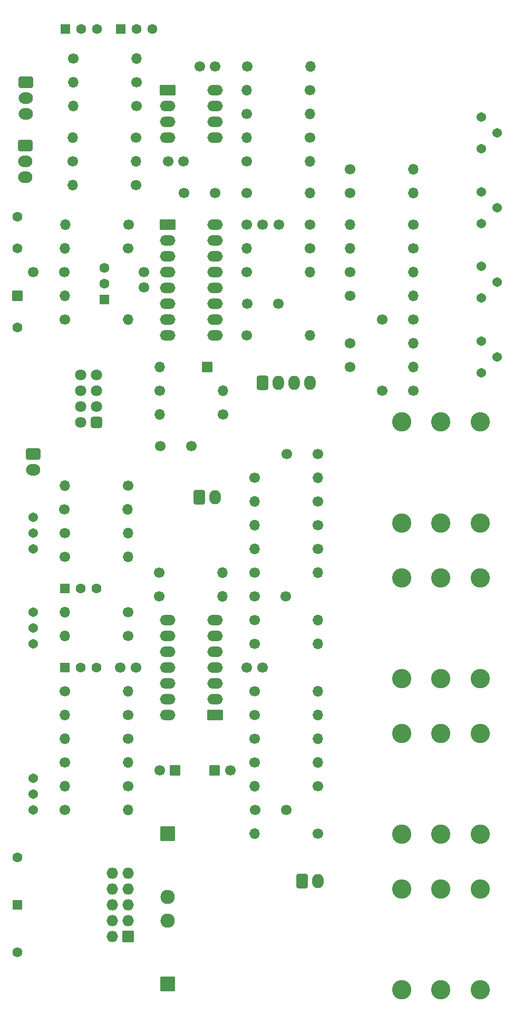
<source format=gbs>
G04 #@! TF.GenerationSoftware,KiCad,Pcbnew,6.0.6-3a73a75311~116~ubuntu20.04.1*
G04 #@! TF.CreationDate,2022-07-02T20:41:12-04:00*
G04 #@! TF.ProjectId,sidekickvco_b1,73696465-6b69-4636-9b76-636f5f62312e,rev?*
G04 #@! TF.SameCoordinates,Original*
G04 #@! TF.FileFunction,Soldermask,Bot*
G04 #@! TF.FilePolarity,Negative*
%FSLAX46Y46*%
G04 Gerber Fmt 4.6, Leading zero omitted, Abs format (unit mm)*
G04 Created by KiCad (PCBNEW 6.0.6-3a73a75311~116~ubuntu20.04.1) date 2022-07-02 20:41:12*
%MOMM*%
%LPD*%
G01*
G04 APERTURE LIST*
G04 Aperture macros list*
%AMRoundRect*
0 Rectangle with rounded corners*
0 $1 Rounding radius*
0 $2 $3 $4 $5 $6 $7 $8 $9 X,Y pos of 4 corners*
0 Add a 4 corners polygon primitive as box body*
4,1,4,$2,$3,$4,$5,$6,$7,$8,$9,$2,$3,0*
0 Add four circle primitives for the rounded corners*
1,1,$1+$1,$2,$3*
1,1,$1+$1,$4,$5*
1,1,$1+$1,$6,$7*
1,1,$1+$1,$8,$9*
0 Add four rect primitives between the rounded corners*
20,1,$1+$1,$2,$3,$4,$5,0*
20,1,$1+$1,$4,$5,$6,$7,0*
20,1,$1+$1,$6,$7,$8,$9,0*
20,1,$1+$1,$8,$9,$2,$3,0*%
G04 Aperture macros list end*
%ADD10C,1.700000*%
%ADD11RoundRect,0.050000X-1.200000X-0.800000X1.200000X-0.800000X1.200000X0.800000X-1.200000X0.800000X0*%
%ADD12O,2.500000X1.700000*%
%ADD13RoundRect,0.050000X-0.800000X-0.800000X0.800000X-0.800000X0.800000X0.800000X-0.800000X0.800000X0*%
%ADD14O,1.700000X1.700000*%
%ADD15RoundRect,0.050000X-1.100000X1.100000X-1.100000X-1.100000X1.100000X-1.100000X1.100000X1.100000X0*%
%ADD16O,2.300000X2.300000*%
%ADD17C,1.540000*%
%ADD18RoundRect,0.300000X-0.850000X0.620000X-0.850000X-0.620000X0.850000X-0.620000X0.850000X0.620000X0*%
%ADD19O,2.300000X1.840000*%
%ADD20RoundRect,0.050000X0.800000X0.800000X-0.800000X0.800000X-0.800000X-0.800000X0.800000X-0.800000X0*%
%ADD21RoundRect,0.050000X0.750000X0.750000X-0.750000X0.750000X-0.750000X-0.750000X0.750000X-0.750000X0*%
%ADD22C,1.600000*%
%ADD23C,3.100000*%
%ADD24RoundRect,0.050000X0.750000X-0.750000X0.750000X0.750000X-0.750000X0.750000X-0.750000X-0.750000X0*%
%ADD25RoundRect,0.300000X-0.620000X-0.850000X0.620000X-0.850000X0.620000X0.850000X-0.620000X0.850000X0*%
%ADD26O,1.840000X2.300000*%
%ADD27RoundRect,0.050000X1.100000X-1.100000X1.100000X1.100000X-1.100000X1.100000X-1.100000X-1.100000X0*%
%ADD28RoundRect,0.300000X0.600000X0.600000X-0.600000X0.600000X-0.600000X-0.600000X0.600000X-0.600000X0*%
%ADD29C,1.800000*%
%ADD30RoundRect,0.050000X1.200000X0.800000X-1.200000X0.800000X-1.200000X-0.800000X1.200000X-0.800000X0*%
%ADD31RoundRect,0.050000X0.863600X0.863600X-0.863600X0.863600X-0.863600X-0.863600X0.863600X-0.863600X0*%
%ADD32O,1.827200X1.827200*%
%ADD33RoundRect,0.300000X-0.620000X-0.845000X0.620000X-0.845000X0.620000X0.845000X-0.620000X0.845000X0*%
%ADD34O,1.840000X2.290000*%
G04 APERTURE END LIST*
D10*
G04 #@! TO.C,C3*
X134480000Y-47020000D03*
X131980000Y-47020000D03*
G04 #@! TD*
D11*
G04 #@! TO.C,U1*
X131940000Y-35600000D03*
D12*
X131940000Y-38140000D03*
X131940000Y-40680000D03*
X131940000Y-43220000D03*
X139560000Y-43220000D03*
X139560000Y-40680000D03*
X139560000Y-38140000D03*
X139560000Y-35600000D03*
G04 #@! TD*
D13*
G04 #@! TO.C,C13*
X139480000Y-144820000D03*
D10*
X141980000Y-144820000D03*
G04 #@! TD*
G04 #@! TO.C,R19*
X161230000Y-48290000D03*
D14*
X171390000Y-48290000D03*
G04 #@! TD*
D10*
G04 #@! TO.C,C6*
X144640000Y-57190000D03*
X147140000Y-57190000D03*
G04 #@! TD*
G04 #@! TO.C,R35*
X115430000Y-132120000D03*
D14*
X125590000Y-132120000D03*
G04 #@! TD*
D10*
G04 #@! TO.C,R56*
X145900000Y-113060000D03*
D14*
X156060000Y-113060000D03*
G04 #@! TD*
D15*
G04 #@! TO.C,D3*
X131940000Y-154980000D03*
D16*
X131940000Y-165140000D03*
G04 #@! TD*
D10*
G04 #@! TO.C,R26*
X144640000Y-47020000D03*
D14*
X154800000Y-47020000D03*
G04 #@! TD*
D17*
G04 #@! TO.C,RV4*
X182300000Y-69000000D03*
X184840000Y-66460000D03*
X182300000Y-63920000D03*
G04 #@! TD*
D10*
G04 #@! TO.C,R51*
X130590000Y-113070000D03*
D14*
X140750000Y-113070000D03*
G04 #@! TD*
D10*
G04 #@! TO.C,R5*
X125590000Y-60990000D03*
D14*
X115430000Y-60990000D03*
G04 #@! TD*
D10*
G04 #@! TO.C,C1*
X128130000Y-64800000D03*
X128130000Y-67300000D03*
G04 #@! TD*
D18*
G04 #@! TO.C,J2*
X109080000Y-44480000D03*
D19*
X109080000Y-47020000D03*
X109080000Y-49560000D03*
G04 #@! TD*
D10*
G04 #@! TO.C,C7*
X135710000Y-92740000D03*
X130710000Y-92740000D03*
G04 #@! TD*
D20*
G04 #@! TO.C,C14*
X133130000Y-144820000D03*
D10*
X130630000Y-144820000D03*
G04 #@! TD*
G04 #@! TO.C,R37*
X125590000Y-119420000D03*
D14*
X115430000Y-119420000D03*
G04 #@! TD*
D10*
G04 #@! TO.C,R21*
X144640000Y-74960000D03*
D14*
X154800000Y-74960000D03*
G04 #@! TD*
D10*
G04 #@! TO.C,R38*
X125590000Y-139740000D03*
D14*
X115430000Y-139740000D03*
G04 #@! TD*
D10*
G04 #@! TO.C,R25*
X154800000Y-43210000D03*
D14*
X144640000Y-43210000D03*
G04 #@! TD*
D10*
G04 #@! TO.C,R29*
X154800000Y-35590000D03*
D14*
X144640000Y-35590000D03*
G04 #@! TD*
D10*
G04 #@! TO.C,R16*
X171390000Y-60990000D03*
D14*
X161230000Y-60990000D03*
G04 #@! TD*
D10*
G04 #@! TO.C,C8*
X154800000Y-57180000D03*
X149800000Y-57180000D03*
G04 #@! TD*
G04 #@! TO.C,R34*
X115430000Y-110530000D03*
D14*
X125590000Y-110530000D03*
G04 #@! TD*
D21*
G04 #@! TO.C,U5*
X121780000Y-69245000D03*
D22*
X121780000Y-66705000D03*
X121780000Y-64165000D03*
G04 #@! TD*
D23*
G04 #@! TO.C,J22*
X175815000Y-163885000D03*
X175815000Y-180085000D03*
X182115000Y-163885000D03*
X182115000Y-180085000D03*
X169515000Y-163885000D03*
X169515000Y-180085000D03*
G04 #@! TD*
D10*
G04 #@! TO.C,C5*
X139520000Y-52100000D03*
X134520000Y-52100000D03*
G04 #@! TD*
G04 #@! TO.C,R24*
X116780000Y-30510000D03*
D14*
X126940000Y-30510000D03*
G04 #@! TD*
D10*
G04 #@! TO.C,R46*
X145900000Y-135920000D03*
D14*
X156060000Y-135920000D03*
G04 #@! TD*
D10*
G04 #@! TO.C,R17*
X161230000Y-76240000D03*
D14*
X171390000Y-76240000D03*
G04 #@! TD*
D10*
G04 #@! TO.C,R3*
X115430000Y-72420000D03*
D14*
X125590000Y-72420000D03*
G04 #@! TD*
D10*
G04 #@! TO.C,R36*
X125590000Y-135930000D03*
D14*
X115430000Y-135930000D03*
G04 #@! TD*
D10*
G04 #@! TO.C,C16*
X124320000Y-128310000D03*
X126820000Y-128310000D03*
G04 #@! TD*
G04 #@! TO.C,R9*
X161230000Y-68610000D03*
D14*
X171390000Y-68610000D03*
G04 #@! TD*
D10*
G04 #@! TO.C,R54*
X115350000Y-102910000D03*
D14*
X125510000Y-102910000D03*
G04 #@! TD*
D10*
G04 #@! TO.C,R12*
X161230000Y-80050000D03*
D14*
X171390000Y-80050000D03*
G04 #@! TD*
D10*
G04 #@! TO.C,R18*
X161230000Y-64800000D03*
D14*
X171390000Y-64800000D03*
G04 #@! TD*
D10*
G04 #@! TO.C,R41*
X115430000Y-143550000D03*
D14*
X125590000Y-143550000D03*
G04 #@! TD*
D10*
G04 #@! TO.C,R42*
X125590000Y-147360000D03*
D14*
X115430000Y-147360000D03*
G04 #@! TD*
D10*
G04 #@! TO.C,R45*
X145900000Y-124490000D03*
D14*
X156060000Y-124490000D03*
G04 #@! TD*
D10*
G04 #@! TO.C,R50*
X156060000Y-101630000D03*
D14*
X145900000Y-101630000D03*
G04 #@! TD*
D24*
G04 #@! TO.C,Q1*
X115430000Y-128310000D03*
D22*
X117970000Y-128310000D03*
X120510000Y-128310000D03*
G04 #@! TD*
D17*
G04 #@! TO.C,RV3*
X182300000Y-45000000D03*
X184840000Y-42460000D03*
X182300000Y-39920000D03*
G04 #@! TD*
D10*
G04 #@! TO.C,C10*
X171360000Y-72420000D03*
X166360000Y-72420000D03*
G04 #@! TD*
G04 #@! TO.C,R20*
X130670000Y-83850000D03*
D14*
X140830000Y-83850000D03*
G04 #@! TD*
D25*
G04 #@! TO.C,J5*
X137020000Y-100995000D03*
D26*
X139560000Y-100995000D03*
G04 #@! TD*
D10*
G04 #@! TO.C,C11*
X171390000Y-83850000D03*
X166390000Y-83850000D03*
G04 #@! TD*
G04 #@! TO.C,R47*
X145900000Y-120680000D03*
D14*
X156060000Y-120680000D03*
G04 #@! TD*
D10*
G04 #@! TO.C,R6*
X145910000Y-97820000D03*
D14*
X156070000Y-97820000D03*
G04 #@! TD*
D10*
G04 #@! TO.C,R39*
X125590000Y-123230000D03*
D14*
X115430000Y-123230000D03*
G04 #@! TD*
D10*
G04 #@! TO.C,C15*
X144640000Y-128310000D03*
X147140000Y-128310000D03*
G04 #@! TD*
G04 #@! TO.C,C2*
X139550000Y-31780000D03*
X137050000Y-31780000D03*
G04 #@! TD*
G04 #@! TO.C,R8*
X116700000Y-47020000D03*
D14*
X126860000Y-47020000D03*
G04 #@! TD*
D10*
G04 #@! TO.C,R49*
X145900000Y-139730000D03*
D14*
X156060000Y-139730000D03*
G04 #@! TD*
D10*
G04 #@! TO.C,R1*
X126940000Y-38130000D03*
D14*
X116780000Y-38130000D03*
G04 #@! TD*
D10*
G04 #@! TO.C,R53*
X156060000Y-109250000D03*
D14*
X145900000Y-109250000D03*
G04 #@! TD*
D23*
G04 #@! TO.C,J19*
X175815000Y-88885000D03*
X175815000Y-105085000D03*
X182115000Y-88885000D03*
X182115000Y-105085000D03*
X169515000Y-88885000D03*
X169515000Y-105085000D03*
G04 #@! TD*
D10*
G04 #@! TO.C,R58*
X156060000Y-154970000D03*
D14*
X145900000Y-154970000D03*
G04 #@! TD*
D10*
G04 #@! TO.C,C18*
X145900000Y-116870000D03*
X150900000Y-116870000D03*
G04 #@! TD*
D17*
G04 #@! TO.C,RV2*
X182300000Y-81000000D03*
X184840000Y-78460000D03*
X182300000Y-75920000D03*
G04 #@! TD*
D10*
G04 #@! TO.C,R10*
X126860000Y-50830000D03*
D14*
X116700000Y-50830000D03*
G04 #@! TD*
D27*
G04 #@! TO.C,D4*
X131940000Y-179110000D03*
D16*
X131940000Y-168950000D03*
G04 #@! TD*
D28*
G04 #@! TO.C,J1*
X120510000Y-88930000D03*
D29*
X117970000Y-88930000D03*
X120510000Y-86390000D03*
X117970000Y-86390000D03*
X120510000Y-83850000D03*
X117970000Y-83850000D03*
X120510000Y-81310000D03*
X117970000Y-81310000D03*
G04 #@! TD*
D10*
G04 #@! TO.C,R11*
X126860000Y-43210000D03*
D14*
X116700000Y-43210000D03*
G04 #@! TD*
D30*
G04 #@! TO.C,U6*
X139560000Y-135930000D03*
D12*
X139560000Y-133390000D03*
X139560000Y-130850000D03*
X139560000Y-128310000D03*
X139560000Y-125770000D03*
X139560000Y-123230000D03*
X139560000Y-120690000D03*
X131940000Y-120690000D03*
X131940000Y-123230000D03*
X131940000Y-125770000D03*
X131940000Y-128310000D03*
X131940000Y-130850000D03*
X131940000Y-133390000D03*
X131940000Y-135930000D03*
G04 #@! TD*
D10*
G04 #@! TO.C,R57*
X125590000Y-99100000D03*
D14*
X115430000Y-99100000D03*
G04 #@! TD*
D10*
G04 #@! TO.C,R15*
X144640000Y-64800000D03*
D14*
X154800000Y-64800000D03*
G04 #@! TD*
D10*
G04 #@! TO.C,C9*
X149720000Y-69880000D03*
X144720000Y-69880000D03*
G04 #@! TD*
D24*
G04 #@! TO.C,Q2*
X115430000Y-115610000D03*
D22*
X117970000Y-115610000D03*
X120510000Y-115610000D03*
G04 #@! TD*
D10*
G04 #@! TO.C,C4*
X156070000Y-94010000D03*
X151070000Y-94010000D03*
G04 #@! TD*
G04 #@! TO.C,R2*
X126940000Y-34320000D03*
D14*
X116780000Y-34320000D03*
G04 #@! TD*
D13*
G04 #@! TO.C,D2*
X107810000Y-68610000D03*
D14*
X115430000Y-68610000D03*
G04 #@! TD*
D24*
G04 #@! TO.C,U4*
X115510000Y-25790000D03*
D22*
X118050000Y-25790000D03*
X120590000Y-25790000D03*
G04 #@! TD*
D17*
G04 #@! TO.C,RV1*
X182300000Y-57000000D03*
X184840000Y-54460000D03*
X182300000Y-51920000D03*
G04 #@! TD*
G04 #@! TO.C,RV8*
X110340000Y-151160000D03*
X110340000Y-148620000D03*
X110340000Y-146080000D03*
G04 #@! TD*
D10*
G04 #@! TO.C,R28*
X171390000Y-57180000D03*
D14*
X161230000Y-57180000D03*
G04 #@! TD*
D10*
G04 #@! TO.C,C17*
X150990000Y-151160000D03*
X145990000Y-151160000D03*
G04 #@! TD*
G04 #@! TO.C,R59*
X156060000Y-105440000D03*
D14*
X145900000Y-105440000D03*
G04 #@! TD*
D10*
G04 #@! TO.C,R43*
X115430000Y-151170000D03*
D14*
X125590000Y-151170000D03*
G04 #@! TD*
D10*
G04 #@! TO.C,R14*
X161230000Y-52100000D03*
D14*
X171390000Y-52100000D03*
G04 #@! TD*
D18*
G04 #@! TO.C,J3*
X109140000Y-34320000D03*
D19*
X109140000Y-36860000D03*
X109140000Y-39400000D03*
G04 #@! TD*
D10*
G04 #@! TO.C,R40*
X115430000Y-106720000D03*
D14*
X125590000Y-106720000D03*
G04 #@! TD*
D11*
G04 #@! TO.C,U2*
X131950000Y-57180000D03*
D12*
X131950000Y-59720000D03*
X131950000Y-62260000D03*
X131950000Y-64800000D03*
X131950000Y-67340000D03*
X131950000Y-69880000D03*
X131950000Y-72420000D03*
X131950000Y-74960000D03*
X139570000Y-74960000D03*
X139570000Y-72420000D03*
X139570000Y-69880000D03*
X139570000Y-67340000D03*
X139570000Y-64800000D03*
X139570000Y-62260000D03*
X139570000Y-59720000D03*
X139570000Y-57180000D03*
G04 #@! TD*
D23*
G04 #@! TO.C,J18*
X175815000Y-113885000D03*
X175815000Y-130085000D03*
X182115000Y-113885000D03*
X182115000Y-130085000D03*
X169515000Y-113885000D03*
X169515000Y-130085000D03*
G04 #@! TD*
D31*
G04 #@! TO.C,J20*
X125590000Y-171490000D03*
D32*
X123050000Y-171490000D03*
X125590000Y-168950000D03*
X123050000Y-168950000D03*
X125590000Y-166410000D03*
X123050000Y-166410000D03*
X125590000Y-163870000D03*
X123050000Y-163870000D03*
X125590000Y-161330000D03*
X123050000Y-161330000D03*
G04 #@! TD*
D20*
G04 #@! TO.C,D1*
X138290000Y-80040000D03*
D14*
X130670000Y-80040000D03*
G04 #@! TD*
D33*
G04 #@! TO.C,J4*
X147180000Y-82580000D03*
D34*
X149720000Y-82580000D03*
X152260000Y-82580000D03*
X154800000Y-82580000D03*
G04 #@! TD*
D18*
G04 #@! TO.C,J6*
X110340000Y-94010000D03*
D19*
X110340000Y-96550000D03*
G04 #@! TD*
D10*
G04 #@! TO.C,R22*
X140830000Y-87660000D03*
D14*
X130670000Y-87660000D03*
G04 #@! TD*
D17*
G04 #@! TO.C,RV7*
X110340000Y-124490000D03*
X110340000Y-121950000D03*
X110340000Y-119410000D03*
G04 #@! TD*
D10*
G04 #@! TO.C,R13*
X154800000Y-60990000D03*
D14*
X144640000Y-60990000D03*
G04 #@! TD*
D10*
G04 #@! TO.C,R23*
X144720000Y-31780000D03*
D14*
X154880000Y-31780000D03*
G04 #@! TD*
D10*
G04 #@! TO.C,R44*
X145900000Y-132110000D03*
D14*
X156060000Y-132110000D03*
G04 #@! TD*
D17*
G04 #@! TO.C,RV6*
X110340000Y-109260000D03*
X110340000Y-106720000D03*
X110340000Y-104180000D03*
G04 #@! TD*
D10*
G04 #@! TO.C,R4*
X144640000Y-52100000D03*
D14*
X154800000Y-52100000D03*
G04 #@! TD*
D10*
G04 #@! TO.C,C12*
X110350000Y-64800000D03*
X115350000Y-64800000D03*
G04 #@! TD*
D25*
G04 #@! TO.C,J7*
X153510000Y-162580000D03*
D26*
X156050000Y-162580000D03*
G04 #@! TD*
D10*
G04 #@! TO.C,R7*
X125670000Y-57180000D03*
D14*
X115510000Y-57180000D03*
G04 #@! TD*
D24*
G04 #@! TO.C,U3*
X124400000Y-25790000D03*
D22*
X126940000Y-25790000D03*
X129480000Y-25790000D03*
G04 #@! TD*
D10*
G04 #@! TO.C,R48*
X130590000Y-116880000D03*
D14*
X140750000Y-116880000D03*
G04 #@! TD*
D10*
G04 #@! TO.C,R52*
X145900000Y-143540000D03*
D14*
X156060000Y-143540000D03*
G04 #@! TD*
D10*
G04 #@! TO.C,R55*
X156060000Y-147350000D03*
D14*
X145900000Y-147350000D03*
G04 #@! TD*
D23*
G04 #@! TO.C,J21*
X175815000Y-138885000D03*
X175815000Y-155085000D03*
X182115000Y-138885000D03*
X182115000Y-155085000D03*
X169515000Y-138885000D03*
X169515000Y-155085000D03*
G04 #@! TD*
D10*
G04 #@! TO.C,R27*
X144640000Y-39400000D03*
D14*
X154800000Y-39400000D03*
G04 #@! TD*
D22*
G04 #@! TO.C,TP4*
X107800000Y-158780000D03*
G04 #@! TD*
G04 #@! TO.C,TP1*
X107810000Y-60990000D03*
G04 #@! TD*
G04 #@! TO.C,TP2*
X107810000Y-55910000D03*
G04 #@! TD*
G04 #@! TO.C,TP5*
X107800000Y-174020000D03*
G04 #@! TD*
D24*
G04 #@! TO.C,TP6*
X107800000Y-166400000D03*
G04 #@! TD*
D22*
G04 #@! TO.C,TP3*
X107810000Y-73690000D03*
G04 #@! TD*
M02*

</source>
